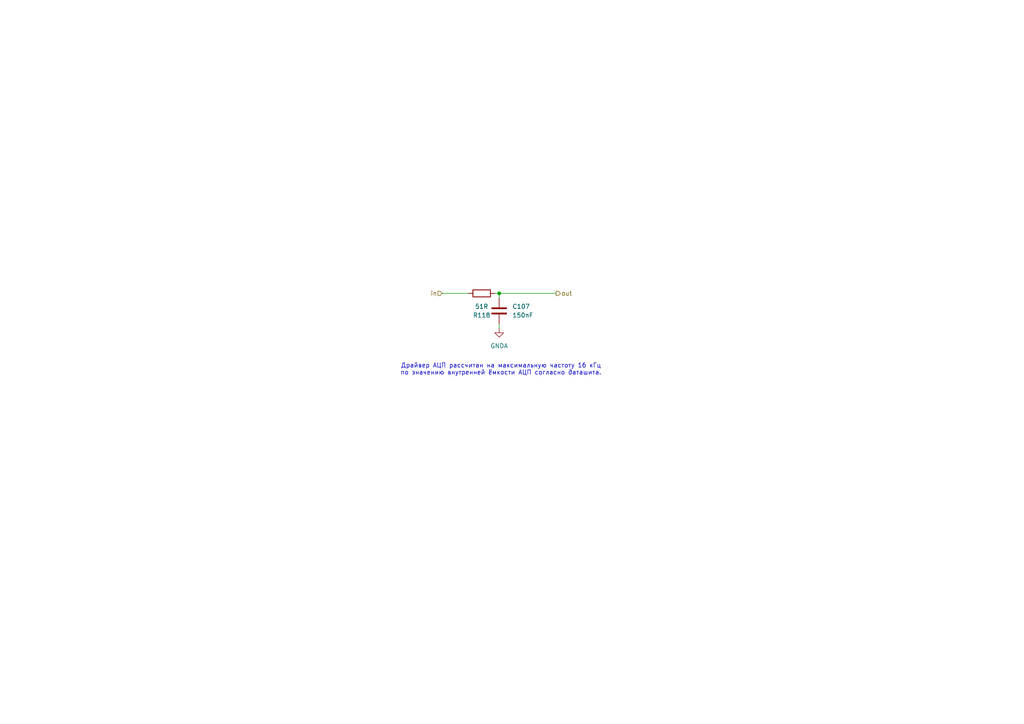
<source format=kicad_sch>
(kicad_sch (version 20231120) (generator "eeschema") (generator_version "8.0")
  (paper "A4")
  (title_block (title "Драйвер АЦП"))
  (lib_symbols
    (symbol "Device:C" (pin_numbers hide) (pin_names (offset 0.254))
      (property "Reference" "C" (at 0.635 2.54 0))
      (property "Value" "C" (at 0.635 -2.54 0))
      (symbol "C_0_1"
        (polyline (pts (xy -2.032 -0.762) (xy 2.032 -0.762)) (stroke (width 0.508)))
        (polyline (pts (xy -2.032 0.762) (xy 2.032 0.762)) (stroke (width 0.508)))
      )
      (symbol "C_1_1"
        (pin passive line (at 0 3.81 270) (length 2.794) (name "~") (number "1"))
        (pin passive line (at 0 -3.81 90) (length 2.794) (name "~") (number "2"))
      )
    )
    (symbol "Device:R" (pin_numbers hide) (pin_names (offset 0))
      (property "Reference" "R" (at 2.032 0 90))
      (property "Value" "R" (at 0 0 90))
      (symbol "R_0_1"
        (rectangle (start -1.016 -2.54) (end 1.016 2.54) (stroke (width 0.254)))
      )
      (symbol "R_1_1"
        (pin passive line (at 0 3.81 270) (length 1.27) (name "~") (number "1"))
        (pin passive line (at 0 -3.81 90) (length 1.27) (name "~") (number "2"))
      )
    )
    (symbol "power:GNDA" (power) (pin_numbers hide) (pin_names (offset 0) hide)
      (property "Value" "GNDA" (at 0 -3.81 0))
      (symbol "GNDA_0_1"
        (polyline (pts (xy 0 0) (xy 0 -1.27) (xy 1.27 -1.27) (xy 0 -2.54) (xy -1.27 -1.27) (xy 0 -1.27)))
      )
      (symbol "GNDA_1_1"
        (pin power_in line (at 0 0 270) (length 0) (name "~") (number "1"))
      )
    )
  )
  (junction (at 144.78 85.09))
  (wire (pts (xy 143.51 85.09) (xy 144.78 85.09)))
  (wire (pts (xy 128.27 85.09) (xy 135.89 85.09)))
  (wire (pts (xy 144.78 85.09) (xy 161.29 85.09)))
  (wire (pts (xy 144.78 85.09) (xy 144.78 86.36)))
  (wire (pts (xy 144.78 93.98) (xy 144.78 95.25)))
  (text "Драйвер АЦП рассчитан на максимальную частоту 16 кГц\nпо значению внутренней ёмкости АЦП согласно даташита." (at 145.288 107.188 0) (effects (font (size 1.27 1.27))))
  (hierarchical_label "in" (shape input) (at 128.27 85.09 180))
  (hierarchical_label "out" (shape output) (at 161.29 85.09 0))
  (symbol (lib_id "Device:R") (at 139.7 85.09 270) (mirror x) (unit 1)
    (property "Reference" "R118" (at 139.7 91.44 90))
    (property "Value" "51R" (at 139.7 88.9 90))
    (property "Footprint" "Resistor_SMD:R_0805_2012Metric" (effects (hide yes)))
    (property "Description" "Resistor" (effects (hide yes)))
    (instances (project "main" (path "" (reference "R118") (unit 1)) (path "" (reference "R116") (unit 1)) (path "" (reference "R117") (unit 1)) (path "" (reference "R114") (unit 1)) (path "" (reference "R115") (unit 1))))
  )
  (symbol (lib_id "Device:C") (at 144.78 90.17 180) (unit 1)
    (property "Reference" "C107" (at 148.59 88.8999 0) (effects (justify right)))
    (property "Value" "150nF" (at 148.59 91.4399 0) (effects (justify right)))
    (property "Footprint" "Capacitor_SMD:C_0805_2012Metric" (effects (hide yes)))
    (property "Description" "Unpolarized capacitor" (effects (hide yes)))
    (instances (project "main" (path "" (reference "C107") (unit 1)) (path "" (reference "C105") (unit 1)) (path "" (reference "C106") (unit 1)) (path "" (reference "C103") (unit 1)) (path "" (reference "C104") (unit 1))))
  )
  (symbol (lib_id "power:GNDA") (at 144.78 95.25 0) (unit 1)
    (property "Reference" "#PWR0136" (effects (hide yes)))
    (property "Value" "GNDA" (at 144.78 100.33 0))
    (property "Description" "Power symbol creates a global label with name \"GNDA\" , analog ground" (effects (hide yes)))
    (instances (project "main" (path "" (reference "#PWR0136") (unit 1)) (path "" (reference "#PWR0134") (unit 1)) (path "" (reference "#PWR0135") (unit 1)) (path "" (reference "#PWR0131") (unit 1)) (path "" (reference "#PWR0133") (unit 1))))
  )
)
</source>
